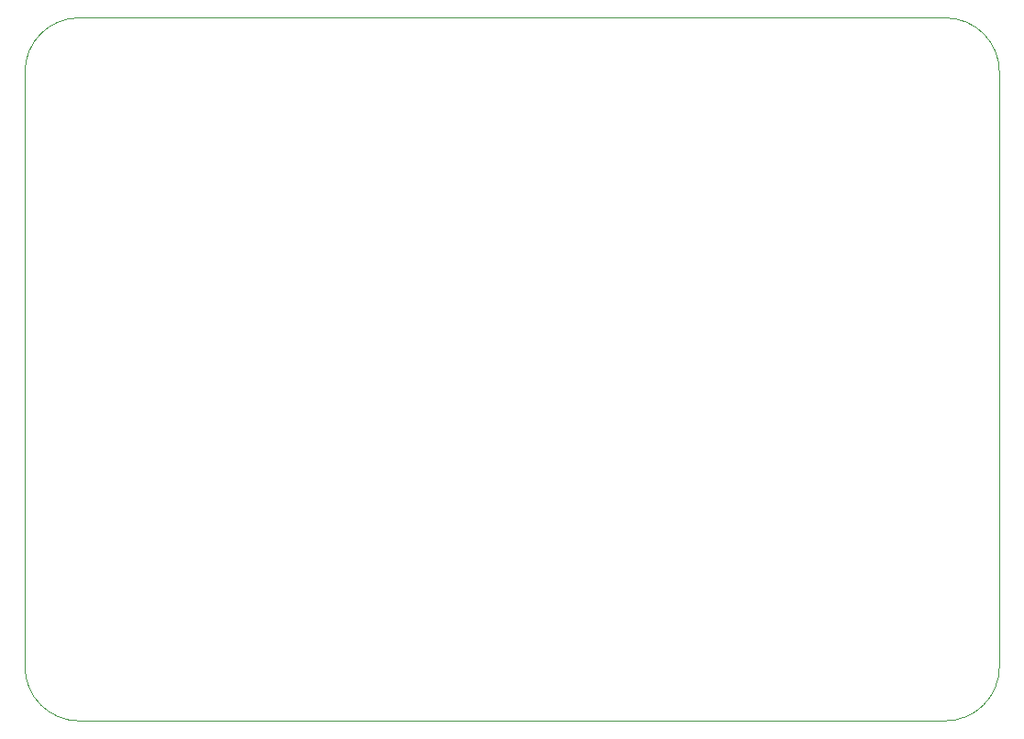
<source format=gbr>
%TF.GenerationSoftware,KiCad,Pcbnew,8.0.1*%
%TF.CreationDate,2024-07-29T09:45:32+02:00*%
%TF.ProjectId,Head Unit,48656164-2055-46e6-9974-2e6b69636164,rev?*%
%TF.SameCoordinates,Original*%
%TF.FileFunction,Profile,NP*%
%FSLAX46Y46*%
G04 Gerber Fmt 4.6, Leading zero omitted, Abs format (unit mm)*
G04 Created by KiCad (PCBNEW 8.0.1) date 2024-07-29 09:45:32*
%MOMM*%
%LPD*%
G01*
G04 APERTURE LIST*
%TA.AperFunction,Profile*%
%ADD10C,0.100000*%
%TD*%
%TA.AperFunction,Profile*%
%ADD11C,0.050000*%
%TD*%
G04 APERTURE END LIST*
D10*
X118000000Y-104000000D02*
G75*
G02*
X113000000Y-109000000I-5000000J0D01*
G01*
X33000000Y-109000000D02*
G75*
G02*
X28000000Y-104000000I0J5000000D01*
G01*
D11*
X28000000Y-49000000D02*
X28000000Y-104000000D01*
X33000000Y-109000000D02*
X113000000Y-109000000D01*
D10*
X113000000Y-44000000D02*
G75*
G02*
X118000000Y-49000000I0J-5000000D01*
G01*
X28000000Y-49000000D02*
G75*
G02*
X33000000Y-44000000I5000000J0D01*
G01*
D11*
X118000000Y-104000000D02*
X118000000Y-49000000D01*
X113000000Y-44000000D02*
X33000000Y-44000000D01*
M02*

</source>
